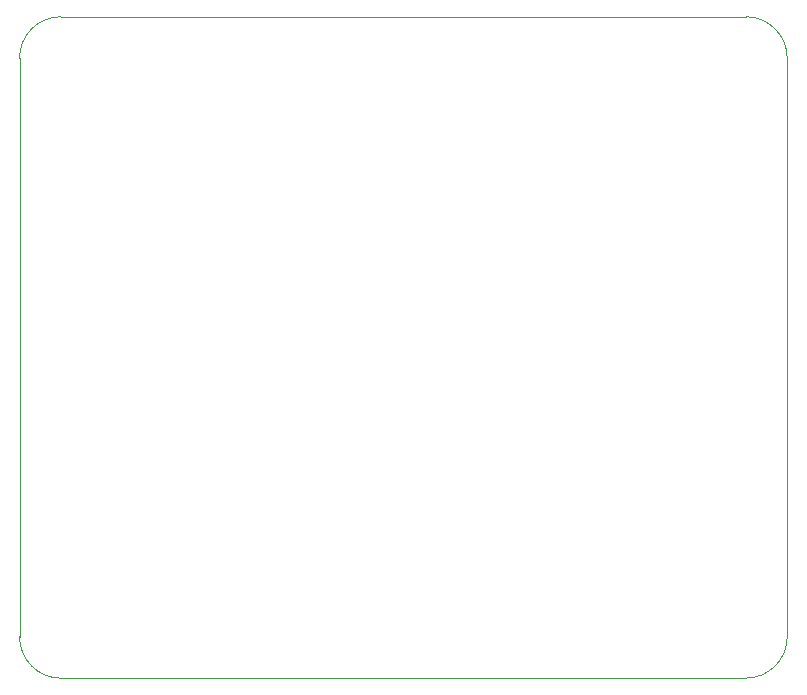
<source format=gbr>
%TF.GenerationSoftware,KiCad,Pcbnew,(5.1.10)-1*%
%TF.CreationDate,2022-03-08T12:45:46-05:00*%
%TF.ProjectId,PCBProjet,50434250-726f-46a6-9574-2e6b69636164,rev?*%
%TF.SameCoordinates,Original*%
%TF.FileFunction,Profile,NP*%
%FSLAX46Y46*%
G04 Gerber Fmt 4.6, Leading zero omitted, Abs format (unit mm)*
G04 Created by KiCad (PCBNEW (5.1.10)-1) date 2022-03-08 12:45:46*
%MOMM*%
%LPD*%
G01*
G04 APERTURE LIST*
%TA.AperFunction,Profile*%
%ADD10C,0.050000*%
%TD*%
G04 APERTURE END LIST*
D10*
X171000000Y-72000000D02*
X113000000Y-72000000D01*
X174500000Y-124500000D02*
X174500000Y-75500000D01*
X113000000Y-128000000D02*
X171000000Y-128000000D01*
X109500000Y-75500000D02*
X109500000Y-124500000D01*
X174500000Y-124500000D02*
G75*
G02*
X171000000Y-128000000I-3500000J0D01*
G01*
X113000000Y-128000000D02*
G75*
G02*
X109500000Y-124500000I0J3500000D01*
G01*
X109500000Y-75500000D02*
G75*
G02*
X113000000Y-72000000I3500000J0D01*
G01*
X171000000Y-72000000D02*
G75*
G02*
X174500000Y-75500000I0J-3500000D01*
G01*
M02*

</source>
